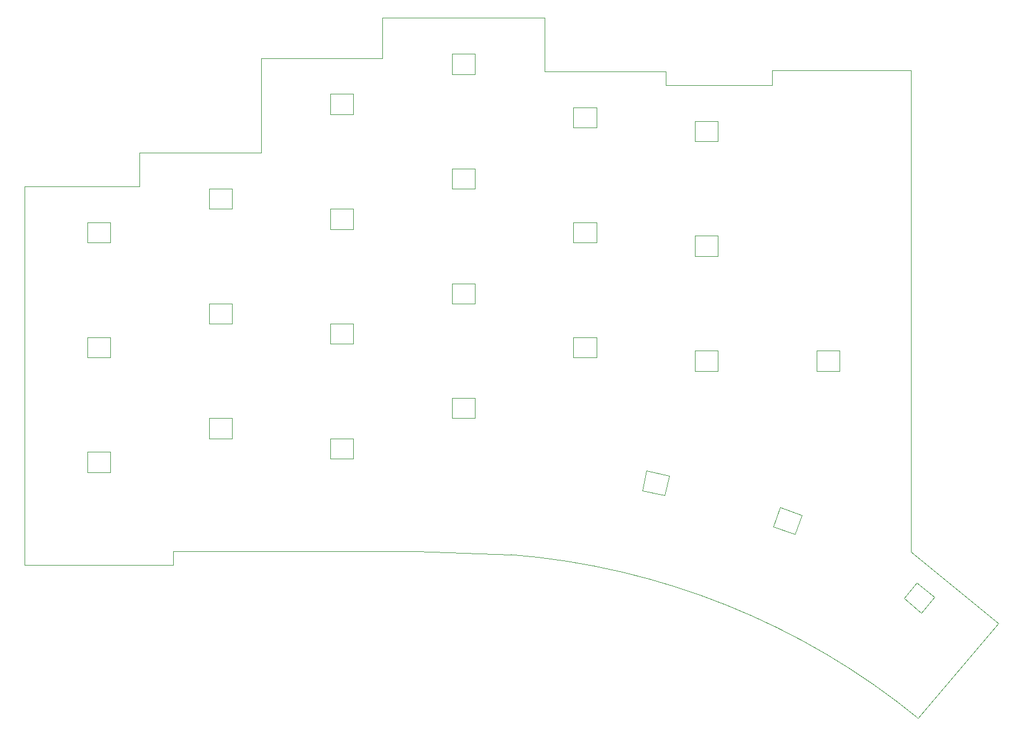
<source format=gm1>
G04 #@! TF.GenerationSoftware,KiCad,Pcbnew,6.0.11-3.fc36*
G04 #@! TF.CreationDate,2023-02-22T18:11:36-05:00*
G04 #@! TF.ProjectId,kb40,6b623430-2e6b-4696-9361-645f70636258,rev?*
G04 #@! TF.SameCoordinates,Original*
G04 #@! TF.FileFunction,Profile,NP*
%FSLAX46Y46*%
G04 Gerber Fmt 4.6, Leading zero omitted, Abs format (unit mm)*
G04 Created by KiCad (PCBNEW 6.0.11-3.fc36) date 2023-02-22 18:11:36*
%MOMM*%
%LPD*%
G01*
G04 APERTURE LIST*
G04 #@! TA.AperFunction,Profile*
%ADD10C,0.100000*%
G04 #@! TD*
G04 #@! TA.AperFunction,Profile*
%ADD11C,0.120000*%
G04 #@! TD*
G04 APERTURE END LIST*
D10*
X98500000Y-121000000D02*
X120500000Y-121000000D01*
X139500000Y-50000000D02*
X157500000Y-50000000D01*
X193802000Y-120000000D02*
X193802000Y-89000000D01*
X173228000Y-49784000D02*
X173228000Y-52000000D01*
X79500000Y-62000000D02*
X97500000Y-62000000D01*
X193802000Y-120000000D02*
X193800000Y-121050000D01*
X157500000Y-50000000D02*
X157500000Y-52000000D01*
X192500000Y-49784000D02*
X193802000Y-49784000D01*
X157500000Y-52000000D02*
X173228000Y-52000000D01*
X193802000Y-51200000D02*
X193802000Y-53000000D01*
X97500000Y-62000000D02*
X97500000Y-48000000D01*
X62500000Y-123000000D02*
X84500000Y-123000000D01*
X194835293Y-145701706D02*
X206771455Y-131630107D01*
X79500000Y-67000000D02*
X79500000Y-62000000D01*
X206771455Y-131630107D02*
X193800000Y-121050000D01*
X62500000Y-67000000D02*
X79500000Y-67000000D01*
X173228000Y-49784000D02*
X192500000Y-49784000D01*
X193802000Y-89000000D02*
X193802000Y-53000000D01*
X98500000Y-121000000D02*
X84500000Y-121000000D01*
X84500000Y-121000000D02*
X84500000Y-123000000D01*
X194835293Y-145701706D02*
G75*
G03*
X134500000Y-121500000I-68835293J-84298294D01*
G01*
X62500000Y-121000000D02*
X62500000Y-70000000D01*
X115500000Y-42000000D02*
X139500000Y-42000000D01*
X139500000Y-42000000D02*
X139500000Y-50000000D01*
X62500000Y-121000000D02*
X62500000Y-123000000D01*
X115500000Y-48000000D02*
X115500000Y-42000000D01*
X62500000Y-70000000D02*
X62500000Y-67000000D01*
X193802000Y-49784000D02*
X193802000Y-51200000D01*
X97500000Y-48000000D02*
X115500000Y-48000000D01*
X120500000Y-121000000D02*
X134500000Y-121500000D01*
D11*
X89800000Y-67300000D02*
X93200000Y-67300000D01*
X89800000Y-70300000D02*
X89800000Y-67300000D01*
X93200000Y-70300000D02*
X89800000Y-70300000D01*
X93200000Y-67300000D02*
X93200000Y-70300000D01*
X143800000Y-58300000D02*
X143800000Y-55300000D01*
X147200000Y-55300000D02*
X147200000Y-58300000D01*
X147200000Y-58300000D02*
X143800000Y-58300000D01*
X143800000Y-55300000D02*
X147200000Y-55300000D01*
X93200000Y-87300000D02*
X89800000Y-87300000D01*
X89800000Y-87300000D02*
X89800000Y-84300000D01*
X93200000Y-84300000D02*
X93200000Y-87300000D01*
X89800000Y-84300000D02*
X93200000Y-84300000D01*
X143800000Y-72300000D02*
X147200000Y-72300000D01*
X143800000Y-75300000D02*
X143800000Y-72300000D01*
X147200000Y-75300000D02*
X143800000Y-75300000D01*
X147200000Y-72300000D02*
X147200000Y-75300000D01*
X111200000Y-53300000D02*
X111200000Y-56300000D01*
X107800000Y-56300000D02*
X107800000Y-53300000D01*
X111200000Y-56300000D02*
X107800000Y-56300000D01*
X107800000Y-53300000D02*
X111200000Y-53300000D01*
X125800000Y-64350000D02*
X129200000Y-64350000D01*
X125800000Y-67350000D02*
X125800000Y-64350000D01*
X129200000Y-67350000D02*
X125800000Y-67350000D01*
X129200000Y-64350000D02*
X129200000Y-67350000D01*
X129200000Y-50350000D02*
X125800000Y-50350000D01*
X125800000Y-50350000D02*
X125800000Y-47350000D01*
X125800000Y-47350000D02*
X129200000Y-47350000D01*
X129200000Y-47350000D02*
X129200000Y-50350000D01*
X75200000Y-109300000D02*
X71800000Y-109300000D01*
X71800000Y-109300000D02*
X71800000Y-106300000D01*
X71800000Y-106300000D02*
X75200000Y-106300000D01*
X75200000Y-106300000D02*
X75200000Y-109300000D01*
X111200000Y-87300000D02*
X111200000Y-90300000D01*
X107800000Y-87300000D02*
X111200000Y-87300000D01*
X107800000Y-90300000D02*
X107800000Y-87300000D01*
X111200000Y-90300000D02*
X107800000Y-90300000D01*
X143800000Y-89300000D02*
X147200000Y-89300000D01*
X143800000Y-92300000D02*
X143800000Y-89300000D01*
X147200000Y-89300000D02*
X147200000Y-92300000D01*
X147200000Y-92300000D02*
X143800000Y-92300000D01*
X179800000Y-91300000D02*
X183200000Y-91300000D01*
X183200000Y-91300000D02*
X183200000Y-94300000D01*
X179800000Y-94300000D02*
X179800000Y-91300000D01*
X183200000Y-94300000D02*
X179800000Y-94300000D01*
X161800000Y-94300000D02*
X161800000Y-91300000D01*
X165200000Y-91300000D02*
X165200000Y-94300000D01*
X161800000Y-91300000D02*
X165200000Y-91300000D01*
X165200000Y-94300000D02*
X161800000Y-94300000D01*
X111200000Y-104300000D02*
X111200000Y-107300000D01*
X107800000Y-107300000D02*
X107800000Y-104300000D01*
X111200000Y-107300000D02*
X107800000Y-107300000D01*
X107800000Y-104300000D02*
X111200000Y-104300000D01*
X111200000Y-70300000D02*
X111200000Y-73300000D01*
X107800000Y-70300000D02*
X111200000Y-70300000D01*
X107800000Y-73300000D02*
X107800000Y-70300000D01*
X111200000Y-73300000D02*
X107800000Y-73300000D01*
X129200000Y-98300000D02*
X129200000Y-101300000D01*
X129200000Y-101300000D02*
X125800000Y-101300000D01*
X125800000Y-98300000D02*
X129200000Y-98300000D01*
X125800000Y-101300000D02*
X125800000Y-98300000D01*
X194671874Y-125625247D02*
X197276425Y-127810725D01*
X195348062Y-130108859D02*
X192743511Y-127923381D01*
X197276425Y-127810725D02*
X195348062Y-130108859D01*
X192743511Y-127923381D02*
X194671874Y-125625247D01*
X71800000Y-92300000D02*
X71800000Y-89300000D01*
X71800000Y-89300000D02*
X75200000Y-89300000D01*
X75200000Y-92300000D02*
X71800000Y-92300000D01*
X75200000Y-89300000D02*
X75200000Y-92300000D01*
X154626202Y-109082035D02*
X157951903Y-109788934D01*
X157951903Y-109788934D02*
X157328168Y-112723377D01*
X157328168Y-112723377D02*
X154002467Y-112016478D01*
X154002467Y-112016478D02*
X154626202Y-109082035D01*
X161800000Y-77300000D02*
X161800000Y-74300000D01*
X165200000Y-74300000D02*
X165200000Y-77300000D01*
X161800000Y-74300000D02*
X165200000Y-74300000D01*
X165200000Y-77300000D02*
X161800000Y-77300000D01*
X75200000Y-72300000D02*
X75200000Y-75300000D01*
X75200000Y-75300000D02*
X71800000Y-75300000D01*
X71800000Y-75300000D02*
X71800000Y-72300000D01*
X71800000Y-72300000D02*
X75200000Y-72300000D01*
X129200000Y-81350000D02*
X129200000Y-84350000D01*
X125800000Y-81350000D02*
X129200000Y-81350000D01*
X125800000Y-84350000D02*
X125800000Y-81350000D01*
X129200000Y-84350000D02*
X125800000Y-84350000D01*
X89800000Y-104300000D02*
X89800000Y-101300000D01*
X93200000Y-101300000D02*
X93200000Y-104300000D01*
X89800000Y-101300000D02*
X93200000Y-101300000D01*
X93200000Y-104300000D02*
X89800000Y-104300000D01*
X165200000Y-57300000D02*
X165200000Y-60300000D01*
X165200000Y-60300000D02*
X161800000Y-60300000D01*
X161800000Y-57300000D02*
X165200000Y-57300000D01*
X161800000Y-60300000D02*
X161800000Y-57300000D01*
X173389492Y-117328105D02*
X174415553Y-114509027D01*
X174415553Y-114509027D02*
X177610508Y-115671895D01*
X177610508Y-115671895D02*
X176584447Y-118490973D01*
X176584447Y-118490973D02*
X173389492Y-117328105D01*
M02*

</source>
